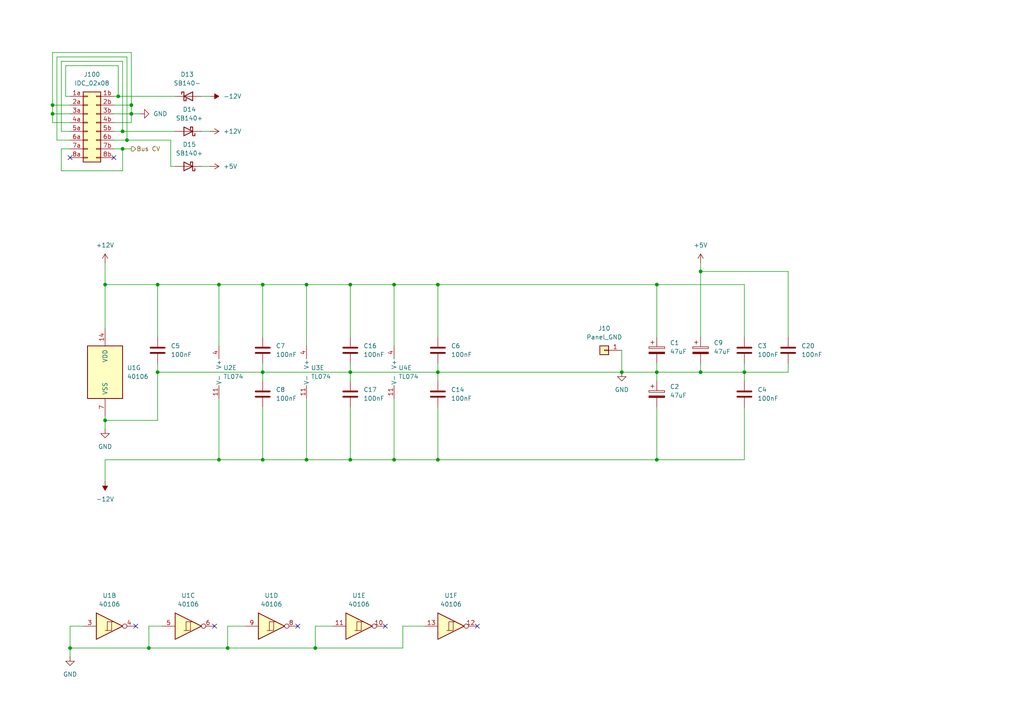
<source format=kicad_sch>
(kicad_sch (version 20231120) (generator "eeschema") (generator_version "8.0")
  (paper "A4")
  (title_block (company "DMH Instruments"))
  (lib_symbols
    (symbol "4xxx:40106" (pin_names (offset 1.016))
      (property "Reference" "U" (at 0 1.27 0))
      (property "Value" "40106" (at 0 -1.27 0))
      (symbol "40106_1_0"
        (polyline (pts (xy -0.635 -1.27) (xy -0.635 1.27) (xy 0.635 1.27)))
        (polyline (pts (xy -3.81 3.81) (xy -3.81 -3.81) (xy 3.81 0) (xy -3.81 3.81)) (stroke (width 0.254)) (fill (type background)))
        (polyline (pts (xy -1.27 -1.27) (xy 0.635 -1.27) (xy 0.635 1.27) (xy 1.27 1.27)))
        (pin input line (at -7.62 0 0) (length 3.81) (name "~") (number "1"))
        (pin output inverted (at 7.62 0 180) (length 3.81) (name "~") (number "2"))
      )
      (symbol "40106_2_0"
        (polyline (pts (xy -0.635 -1.27) (xy -0.635 1.27) (xy 0.635 1.27)))
        (polyline (pts (xy -3.81 3.81) (xy -3.81 -3.81) (xy 3.81 0) (xy -3.81 3.81)) (stroke (width 0.254)) (fill (type background)))
        (polyline (pts (xy -1.27 -1.27) (xy 0.635 -1.27) (xy 0.635 1.27) (xy 1.27 1.27)))
        (pin input line (at -7.62 0 0) (length 3.81) (name "~") (number "3"))
        (pin output inverted (at 7.62 0 180) (length 3.81) (name "~") (number "4"))
      )
      (symbol "40106_3_0"
        (polyline (pts (xy -0.635 -1.27) (xy -0.635 1.27) (xy 0.635 1.27)))
        (polyline (pts (xy -3.81 3.81) (xy -3.81 -3.81) (xy 3.81 0) (xy -3.81 3.81)) (stroke (width 0.254)) (fill (type background)))
        (polyline (pts (xy -1.27 -1.27) (xy 0.635 -1.27) (xy 0.635 1.27) (xy 1.27 1.27)))
        (pin input line (at -7.62 0 0) (length 3.81) (name "~") (number "5"))
        (pin output inverted (at 7.62 0 180) (length 3.81) (name "~") (number "6"))
      )
      (symbol "40106_4_0"
        (polyline (pts (xy -0.635 -1.27) (xy -0.635 1.27) (xy 0.635 1.27)))
        (polyline (pts (xy -3.81 3.81) (xy -3.81 -3.81) (xy 3.81 0) (xy -3.81 3.81)) (stroke (width 0.254)) (fill (type background)))
        (polyline (pts (xy -1.27 -1.27) (xy 0.635 -1.27) (xy 0.635 1.27) (xy 1.27 1.27)))
        (pin output inverted (at 7.62 0 180) (length 3.81) (name "~") (number "8"))
        (pin input line (at -7.62 0 0) (length 3.81) (name "~") (number "9"))
      )
      (symbol "40106_5_0"
        (polyline (pts (xy -0.635 -1.27) (xy -0.635 1.27) (xy 0.635 1.27)))
        (polyline (pts (xy -3.81 3.81) (xy -3.81 -3.81) (xy 3.81 0) (xy -3.81 3.81)) (stroke (width 0.254)) (fill (type background)))
        (polyline (pts (xy -1.27 -1.27) (xy 0.635 -1.27) (xy 0.635 1.27) (xy 1.27 1.27)))
        (pin output inverted (at 7.62 0 180) (length 3.81) (name "~") (number "10"))
        (pin input line (at -7.62 0 0) (length 3.81) (name "~") (number "11"))
      )
      (symbol "40106_6_0"
        (polyline (pts (xy -0.635 -1.27) (xy -0.635 1.27) (xy 0.635 1.27)))
        (polyline (pts (xy -3.81 3.81) (xy -3.81 -3.81) (xy 3.81 0) (xy -3.81 3.81)) (stroke (width 0.254)) (fill (type background)))
        (polyline (pts (xy -1.27 -1.27) (xy 0.635 -1.27) (xy 0.635 1.27) (xy 1.27 1.27)))
        (pin output inverted (at 7.62 0 180) (length 3.81) (name "~") (number "12"))
        (pin input line (at -7.62 0 0) (length 3.81) (name "~") (number "13"))
      )
      (symbol "40106_7_0"
        (pin power_in line (at 0 12.7 270) (length 5.08) (name "VDD") (number "14"))
        (pin power_in line (at 0 -12.7 90) (length 5.08) (name "VSS") (number "7"))
      )
      (symbol "40106_7_1"
        (rectangle (start -5.08 7.62) (end 5.08 -7.62) (stroke (width 0.254)) (fill (type background)))
      )
    )
    (symbol "Amplifier_Operational:TL074" (pin_names (offset 0.127))
      (property "Reference" "U" (at 0 5.08 0))
      (property "Value" "TL074" (at 0 -5.08 0))
      (symbol "TL074_1_1"
        (polyline (pts (xy -5.08 5.08) (xy 5.08 0) (xy -5.08 -5.08) (xy -5.08 5.08)) (stroke (width 0.254)) (fill (type background)))
        (pin output line (at 7.62 0 180) (length 2.54) (name "~") (number "1"))
        (pin input line (at -7.62 -2.54 0) (length 2.54) (name "-") (number "2"))
        (pin input line (at -7.62 2.54 0) (length 2.54) (name "+") (number "3"))
      )
      (symbol "TL074_2_1"
        (polyline (pts (xy -5.08 5.08) (xy 5.08 0) (xy -5.08 -5.08) (xy -5.08 5.08)) (stroke (width 0.254)) (fill (type background)))
        (pin input line (at -7.62 2.54 0) (length 2.54) (name "+") (number "5"))
        (pin input line (at -7.62 -2.54 0) (length 2.54) (name "-") (number "6"))
        (pin output line (at 7.62 0 180) (length 2.54) (name "~") (number "7"))
      )
      (symbol "TL074_3_1"
        (polyline (pts (xy -5.08 5.08) (xy 5.08 0) (xy -5.08 -5.08) (xy -5.08 5.08)) (stroke (width 0.254)) (fill (type background)))
        (pin input line (at -7.62 2.54 0) (length 2.54) (name "+") (number "10"))
        (pin output line (at 7.62 0 180) (length 2.54) (name "~") (number "8"))
        (pin input line (at -7.62 -2.54 0) (length 2.54) (name "-") (number "9"))
      )
      (symbol "TL074_4_1"
        (polyline (pts (xy -5.08 5.08) (xy 5.08 0) (xy -5.08 -5.08) (xy -5.08 5.08)) (stroke (width 0.254)) (fill (type background)))
        (pin input line (at -7.62 2.54 0) (length 2.54) (name "+") (number "12"))
        (pin input line (at -7.62 -2.54 0) (length 2.54) (name "-") (number "13"))
        (pin output line (at 7.62 0 180) (length 2.54) (name "~") (number "14"))
      )
      (symbol "TL074_5_1"
        (pin power_in line (at -2.54 -7.62 90) (length 3.81) (name "V-") (number "11"))
        (pin power_in line (at -2.54 7.62 270) (length 3.81) (name "V+") (number "4"))
      )
    )
    (symbol "Connector_Generic:Conn_01x01" (pin_names (offset 1.016) hide)
      (property "Reference" "J" (at 0 2.54 0))
      (property "Value" "Conn_01x01" (at 0 -2.54 0))
      (symbol "Conn_01x01_1_1"
        (rectangle (start -1.27 0.127) (end 0 -0.127) (stroke (width 0.1524)))
        (rectangle (start -1.27 1.27) (end 1.27 -1.27) (stroke (width 0.254)) (fill (type background)))
        (pin passive line (at -5.08 0 0) (length 3.81) (name "Pin_1") (number "1"))
      )
    )
    (symbol "Device:C" (pin_numbers hide) (pin_names (offset 0.254))
      (property "Reference" "C" (at 0.635 2.54 0))
      (property "Value" "C" (at 0.635 -2.54 0))
      (symbol "C_0_1"
        (polyline (pts (xy -2.032 -0.762) (xy 2.032 -0.762)) (stroke (width 0.508)))
        (polyline (pts (xy -2.032 0.762) (xy 2.032 0.762)) (stroke (width 0.508)))
      )
      (symbol "C_1_1"
        (pin passive line (at 0 3.81 270) (length 2.794) (name "~") (number "1"))
        (pin passive line (at 0 -3.81 90) (length 2.794) (name "~") (number "2"))
      )
    )
    (symbol "Device:C_Polarized" (pin_numbers hide) (pin_names (offset 0.254))
      (property "Reference" "C" (at 0.635 2.54 0))
      (property "Value" "C_Polarized" (at 0.635 -2.54 0))
      (symbol "C_Polarized_0_1"
        (rectangle (start -2.286 0.508) (end 2.286 1.016))
        (polyline (pts (xy -1.778 2.286) (xy -0.762 2.286)))
        (polyline (pts (xy -1.27 2.794) (xy -1.27 1.778)))
        (rectangle (start 2.286 -0.508) (end -2.286 -1.016) (fill (type outline)))
      )
      (symbol "C_Polarized_1_1"
        (pin passive line (at 0 3.81 270) (length 2.794) (name "~") (number "1"))
        (pin passive line (at 0 -3.81 90) (length 2.794) (name "~") (number "2"))
      )
    )
    (symbol "SynthStuff:Eurorack_Power_Connector_16Pin" (pin_names (offset 1.016) hide)
      (property "Reference" "J" (at 1.27 -16.51 0))
      (property "Value" "IDC_02x08" (at 1.27 -13.97 0))
      (symbol "Eurorack_Power_Connector_16Pin_1_1"
        (rectangle (start -1.27 -10.033) (end 0 -10.287) (stroke (width 0.1524)))
        (rectangle (start -1.27 -7.493) (end 0 -7.747) (stroke (width 0.1524)))
        (rectangle (start -1.27 -4.953) (end 0 -5.207) (stroke (width 0.1524)))
        (rectangle (start -1.27 -2.413) (end 0 -2.667) (stroke (width 0.1524)))
        (rectangle (start -1.27 0.127) (end 0 -0.127) (stroke (width 0.1524)))
        (rectangle (start -1.27 2.667) (end 0 2.413) (stroke (width 0.1524)))
        (rectangle (start -1.27 5.207) (end 0 4.953) (stroke (width 0.1524)))
        (rectangle (start -1.27 7.747) (end 0 7.493) (stroke (width 0.1524)))
        (rectangle (start -1.27 8.89) (end 3.81 -11.43) (stroke (width 0.254)) (fill (type background)))
        (rectangle (start 3.81 -10.033) (end 2.54 -10.287) (stroke (width 0.1524)))
        (rectangle (start 3.81 -7.493) (end 2.54 -7.747) (stroke (width 0.1524)))
        (rectangle (start 3.81 -4.953) (end 2.54 -5.207) (stroke (width 0.1524)))
        (rectangle (start 3.81 -2.413) (end 2.54 -2.667) (stroke (width 0.1524)))
        (rectangle (start 3.81 0.127) (end 2.54 -0.127) (stroke (width 0.1524)))
        (rectangle (start 3.81 2.667) (end 2.54 2.413) (stroke (width 0.1524)))
        (rectangle (start 3.81 5.207) (end 2.54 4.953) (stroke (width 0.1524)))
        (rectangle (start 3.81 7.747) (end 2.54 7.493) (stroke (width 0.1524)))
        (pin power_out line (at -5.08 7.62 0) (length 3.81) (name "Pin_1a") (number "1a"))
        (pin passive line (at 7.62 7.62 180) (length 3.81) (name "Pin_1b") (number "1b"))
        (pin power_out line (at -5.08 5.08 0) (length 3.81) (name "Pin_2a") (number "2a"))
        (pin passive line (at 7.62 5.08 180) (length 3.81) (name "Pin_2b") (number "2b"))
        (pin passive line (at -5.08 2.54 0) (length 3.81) (name "Pin_3a") (number "3a"))
        (pin passive line (at 7.62 2.54 180) (length 3.81) (name "Pin_3b") (number "3b"))
        (pin passive line (at -5.08 0 0) (length 3.81) (name "Pin_4a") (number "4a"))
        (pin passive line (at 7.62 0 180) (length 3.81) (name "Pin_4b") (number "4b"))
        (pin power_out line (at -5.08 -2.54 0) (length 3.81) (name "Pin_5a") (number "5a"))
        (pin passive line (at 7.62 -2.54 180) (length 3.81) (name "Pin_5b") (number "5b"))
        (pin power_out line (at -5.08 -5.08 0) (length 3.81) (name "Pin_6a") (number "6a"))
        (pin passive line (at 7.62 -5.08 180) (length 3.81) (name "Pin_6b") (number "6b"))
        (pin passive line (at -5.08 -7.62 0) (length 3.81) (name "Pin_7a") (number "7a"))
        (pin passive line (at 7.62 -7.62 180) (length 3.81) (name "Pin_7b") (number "7b"))
        (pin passive line (at -5.08 -10.16 0) (length 3.81) (name "Pin_8a") (number "8a"))
        (pin passive line (at 7.62 -10.16 180) (length 3.81) (name "Pin_8b") (number "8b"))
      )
    )
    (symbol "SynthStuff:Power_Bus_Schotty_+" (pin_numbers hide) (pin_names (offset 1.016) hide)
      (property "Reference" "D" (at 0 2.54 0))
      (property "Value" "SB140+" (at 0 -2.54 0))
      (symbol "Power_Bus_Schotty_+_0_1"
        (polyline (pts (xy 1.27 0) (xy -1.27 0)))
        (polyline (pts (xy 1.27 1.27) (xy 1.27 -1.27) (xy -1.27 0) (xy 1.27 1.27)) (stroke (width 0.254)))
        (polyline (pts (xy -1.905 0.635) (xy -1.905 1.27) (xy -1.27 1.27) (xy -1.27 -1.27) (xy -0.635 -1.27) (xy -0.635 -0.635)) (stroke (width 0.254)))
      )
      (symbol "Power_Bus_Schotty_+_1_1"
        (pin power_out line (at -3.81 0 0) (length 2.54) (name "K") (number "1"))
        (pin power_in line (at 3.81 0 180) (length 2.54) (name "A") (number "2"))
      )
    )
    (symbol "SynthStuff:Power_Bus_Schotty_-" (pin_numbers hide) (pin_names (offset 1.016) hide)
      (property "Reference" "D" (at 0 2.54 0))
      (property "Value" "SB140-" (at 0 -2.54 0))
      (symbol "Power_Bus_Schotty_-_0_1"
        (polyline (pts (xy 1.27 0) (xy -1.27 0)))
        (polyline (pts (xy 1.27 1.27) (xy 1.27 -1.27) (xy -1.27 0) (xy 1.27 1.27)) (stroke (width 0.254)))
        (polyline (pts (xy -1.905 0.635) (xy -1.905 1.27) (xy -1.27 1.27) (xy -1.27 -1.27) (xy -0.635 -1.27) (xy -0.635 -0.635)) (stroke (width 0.254)))
      )
      (symbol "Power_Bus_Schotty_-_1_1"
        (pin power_in line (at -3.81 0 0) (length 2.54) (name "K") (number "1"))
        (pin power_out line (at 3.81 0 180) (length 2.54) (name "A") (number "2"))
      )
    )
    (symbol "power:+12V" (power) (pin_numbers hide) (pin_names (offset 0) hide)
      (property "Value" "+12V" (at 0 3.556 0))
      (symbol "+12V_0_1"
        (polyline (pts (xy -0.762 1.27) (xy 0 2.54)))
        (polyline (pts (xy 0 0) (xy 0 2.54)))
        (polyline (pts (xy 0 2.54) (xy 0.762 1.27)))
      )
      (symbol "+12V_1_1"
        (pin power_in line (at 0 0 90) (length 0) (name "~") (number "1"))
      )
    )
    (symbol "power:+5V" (power) (pin_numbers hide) (pin_names (offset 0) hide)
      (property "Value" "+5V" (at 0 3.556 0))
      (symbol "+5V_0_1"
        (polyline (pts (xy -0.762 1.27) (xy 0 2.54)))
        (polyline (pts (xy 0 0) (xy 0 2.54)))
        (polyline (pts (xy 0 2.54) (xy 0.762 1.27)))
      )
      (symbol "+5V_1_1"
        (pin power_in line (at 0 0 90) (length 0) (name "~") (number "1"))
      )
    )
    (symbol "power:-12V" (power) (pin_numbers hide) (pin_names (offset 0) hide)
      (property "Value" "-12V" (at 0 3.556 0))
      (symbol "-12V_0_0"
        (pin power_in line (at 0 0 90) (length 0) (name "~") (number "1"))
      )
      (symbol "-12V_0_1"
        (polyline (pts (xy 0 0) (xy 0 1.27) (xy 0.762 1.27) (xy 0 2.54) (xy -0.762 1.27) (xy 0 1.27)) (fill (type outline)))
      )
    )
    (symbol "power:GND" (power) (pin_numbers hide) (pin_names (offset 0) hide)
      (property "Value" "GND" (at 0 -3.81 0))
      (symbol "GND_0_1"
        (polyline (pts (xy 0 0) (xy 0 -1.27) (xy 1.27 -1.27) (xy 0 -2.54) (xy -1.27 -1.27) (xy 0 -1.27)))
      )
      (symbol "GND_1_1"
        (pin power_in line (at 0 0 270) (length 0) (name "~") (number "1"))
      )
    )
  )
  (junction (at 215.9 107.95))
  (junction (at 127 82.55))
  (junction (at 34.29 27.94))
  (junction (at 76.2 107.95))
  (junction (at 101.6 107.95))
  (junction (at 190.5 133.35))
  (junction (at 180.34 107.95))
  (junction (at 127 107.95))
  (junction (at 203.2 107.95))
  (junction (at 20.32 187.96))
  (junction (at 43.18 187.96))
  (junction (at 66.04 187.96))
  (junction (at 45.72 82.55))
  (junction (at 15.24 30.48))
  (junction (at 38.1 30.48))
  (junction (at 88.9 133.35))
  (junction (at 63.5 82.55))
  (junction (at 203.2 78.74))
  (junction (at 30.48 121.92))
  (junction (at 127 133.35))
  (junction (at 30.48 82.55))
  (junction (at 35.56 43.18))
  (junction (at 35.56 38.1))
  (junction (at 45.72 107.95))
  (junction (at 101.6 133.35))
  (junction (at 101.6 82.55))
  (junction (at 36.83 40.64))
  (junction (at 114.3 82.55))
  (junction (at 114.3 133.35))
  (junction (at 88.9 82.55))
  (junction (at 76.2 82.55))
  (junction (at 190.5 82.55))
  (junction (at 38.1 33.02))
  (junction (at 15.24 33.02))
  (junction (at 63.5 133.35))
  (junction (at 76.2 133.35))
  (junction (at 91.44 187.96))
  (junction (at 190.5 107.95))
  (no_connect (at 39.37 181.61))
  (no_connect (at 111.76 181.61))
  (no_connect (at 20.32 45.72))
  (no_connect (at 33.02 45.72))
  (no_connect (at 62.23 181.61))
  (no_connect (at 138.43 181.61))
  (no_connect (at 86.36 181.61))
  (wire (pts (xy 63.5 133.35) (xy 76.2 133.35)))
  (wire (pts (xy 127 105.41) (xy 127 107.95)))
  (wire (pts (xy 34.29 19.05) (xy 34.29 27.94)))
  (wire (pts (xy 180.34 107.95) (xy 190.5 107.95)))
  (wire (pts (xy 91.44 187.96) (xy 66.04 187.96)))
  (wire (pts (xy 38.1 33.02) (xy 40.64 33.02)))
  (wire (pts (xy 17.78 38.1) (xy 17.78 17.78)))
  (wire (pts (xy 91.44 187.96) (xy 116.84 187.96)))
  (wire (pts (xy 91.44 181.61) (xy 91.44 187.96)))
  (wire (pts (xy 17.78 49.53) (xy 35.56 49.53)))
  (wire (pts (xy 228.6 78.74) (xy 203.2 78.74)))
  (wire (pts (xy 15.24 33.02) (xy 15.24 30.48)))
  (wire (pts (xy 36.83 16.51) (xy 36.83 40.64)))
  (wire (pts (xy 45.72 107.95) (xy 76.2 107.95)))
  (wire (pts (xy 101.6 82.55) (xy 114.3 82.55)))
  (wire (pts (xy 16.51 16.51) (xy 36.83 16.51)))
  (wire (pts (xy 215.9 82.55) (xy 215.9 97.79)))
  (wire (pts (xy 127 82.55) (xy 114.3 82.55)))
  (wire (pts (xy 101.6 105.41) (xy 101.6 107.95)))
  (wire (pts (xy 127 133.35) (xy 190.5 133.35)))
  (wire (pts (xy 20.32 181.61) (xy 20.32 187.96)))
  (wire (pts (xy 38.1 35.56) (xy 38.1 33.02)))
  (wire (pts (xy 35.56 43.18) (xy 38.1 43.18)))
  (wire (pts (xy 58.42 27.94) (xy 60.96 27.94)))
  (wire (pts (xy 20.32 187.96) (xy 20.32 190.5)))
  (wire (pts (xy 45.72 82.55) (xy 45.72 97.79)))
  (wire (pts (xy 66.04 181.61) (xy 66.04 187.96)))
  (wire (pts (xy 88.9 82.55) (xy 76.2 82.55)))
  (wire (pts (xy 114.3 133.35) (xy 127 133.35)))
  (wire (pts (xy 228.6 97.79) (xy 228.6 78.74)))
  (wire (pts (xy 66.04 187.96) (xy 43.18 187.96)))
  (wire (pts (xy 33.02 27.94) (xy 34.29 27.94)))
  (wire (pts (xy 215.9 133.35) (xy 190.5 133.35)))
  (wire (pts (xy 49.53 40.64) (xy 49.53 48.26)))
  (wire (pts (xy 215.9 82.55) (xy 190.5 82.55)))
  (wire (pts (xy 88.9 133.35) (xy 101.6 133.35)))
  (wire (pts (xy 30.48 133.35) (xy 30.48 139.7)))
  (wire (pts (xy 127 133.35) (xy 127 118.11)))
  (wire (pts (xy 190.5 82.55) (xy 190.5 97.79)))
  (wire (pts (xy 36.83 40.64) (xy 49.53 40.64)))
  (wire (pts (xy 15.24 35.56) (xy 15.24 33.02)))
  (wire (pts (xy 43.18 181.61) (xy 43.18 187.96)))
  (wire (pts (xy 63.5 82.55) (xy 63.5 100.33)))
  (wire (pts (xy 20.32 38.1) (xy 17.78 38.1)))
  (wire (pts (xy 228.6 107.95) (xy 215.9 107.95)))
  (wire (pts (xy 49.53 48.26) (xy 50.8 48.26)))
  (wire (pts (xy 17.78 43.18) (xy 17.78 49.53)))
  (wire (pts (xy 76.2 133.35) (xy 88.9 133.35)))
  (wire (pts (xy 215.9 107.95) (xy 203.2 107.95)))
  (wire (pts (xy 20.32 43.18) (xy 17.78 43.18)))
  (wire (pts (xy 63.5 82.55) (xy 76.2 82.55)))
  (wire (pts (xy 20.32 33.02) (xy 15.24 33.02)))
  (wire (pts (xy 114.3 82.55) (xy 114.3 100.33)))
  (wire (pts (xy 76.2 107.95) (xy 76.2 110.49)))
  (wire (pts (xy 45.72 121.92) (xy 30.48 121.92)))
  (wire (pts (xy 101.6 107.95) (xy 76.2 107.95)))
  (wire (pts (xy 101.6 82.55) (xy 88.9 82.55)))
  (wire (pts (xy 203.2 105.41) (xy 203.2 107.95)))
  (wire (pts (xy 215.9 133.35) (xy 215.9 118.11)))
  (wire (pts (xy 30.48 133.35) (xy 63.5 133.35)))
  (wire (pts (xy 30.48 82.55) (xy 45.72 82.55)))
  (wire (pts (xy 33.02 33.02) (xy 38.1 33.02)))
  (wire (pts (xy 33.02 35.56) (xy 38.1 35.56)))
  (wire (pts (xy 123.19 181.61) (xy 116.84 181.61)))
  (wire (pts (xy 215.9 107.95) (xy 215.9 110.49)))
  (wire (pts (xy 190.5 105.41) (xy 190.5 107.95)))
  (wire (pts (xy 30.48 76.2) (xy 30.48 82.55)))
  (wire (pts (xy 33.02 38.1) (xy 35.56 38.1)))
  (wire (pts (xy 20.32 30.48) (xy 15.24 30.48)))
  (wire (pts (xy 190.5 82.55) (xy 127 82.55)))
  (wire (pts (xy 116.84 181.61) (xy 116.84 187.96)))
  (wire (pts (xy 203.2 76.2) (xy 203.2 78.74)))
  (wire (pts (xy 203.2 78.74) (xy 203.2 97.79)))
  (wire (pts (xy 127 107.95) (xy 127 110.49)))
  (wire (pts (xy 20.32 40.64) (xy 16.51 40.64)))
  (wire (pts (xy 63.5 115.57) (xy 63.5 133.35)))
  (wire (pts (xy 127 82.55) (xy 127 97.79)))
  (wire (pts (xy 35.56 17.78) (xy 35.56 38.1)))
  (wire (pts (xy 33.02 30.48) (xy 38.1 30.48)))
  (wire (pts (xy 127 107.95) (xy 180.34 107.95)))
  (wire (pts (xy 38.1 30.48) (xy 38.1 15.24)))
  (wire (pts (xy 228.6 105.41) (xy 228.6 107.95)))
  (wire (pts (xy 34.29 27.94) (xy 50.8 27.94)))
  (wire (pts (xy 19.05 27.94) (xy 19.05 19.05)))
  (wire (pts (xy 33.02 43.18) (xy 35.56 43.18)))
  (wire (pts (xy 101.6 133.35) (xy 114.3 133.35)))
  (wire (pts (xy 43.18 187.96) (xy 20.32 187.96)))
  (wire (pts (xy 71.12 181.61) (xy 66.04 181.61)))
  (wire (pts (xy 101.6 82.55) (xy 101.6 97.79)))
  (wire (pts (xy 30.48 120.65) (xy 30.48 121.92)))
  (wire (pts (xy 190.5 133.35) (xy 190.5 118.11)))
  (wire (pts (xy 88.9 115.57) (xy 88.9 133.35)))
  (wire (pts (xy 35.56 43.18) (xy 35.56 49.53)))
  (wire (pts (xy 16.51 40.64) (xy 16.51 16.51)))
  (wire (pts (xy 76.2 105.41) (xy 76.2 107.95)))
  (wire (pts (xy 35.56 38.1) (xy 50.8 38.1)))
  (wire (pts (xy 17.78 17.78) (xy 35.56 17.78)))
  (wire (pts (xy 19.05 19.05) (xy 34.29 19.05)))
  (wire (pts (xy 96.52 181.61) (xy 91.44 181.61)))
  (wire (pts (xy 58.42 38.1) (xy 60.96 38.1)))
  (wire (pts (xy 20.32 35.56) (xy 15.24 35.56)))
  (wire (pts (xy 20.32 27.94) (xy 19.05 27.94)))
  (wire (pts (xy 38.1 15.24) (xy 15.24 15.24)))
  (wire (pts (xy 76.2 82.55) (xy 76.2 97.79)))
  (wire (pts (xy 45.72 105.41) (xy 45.72 107.95)))
  (wire (pts (xy 33.02 40.64) (xy 36.83 40.64)))
  (wire (pts (xy 46.99 181.61) (xy 43.18 181.61)))
  (wire (pts (xy 38.1 33.02) (xy 38.1 30.48)))
  (wire (pts (xy 215.9 105.41) (xy 215.9 107.95)))
  (wire (pts (xy 58.42 48.26) (xy 60.96 48.26)))
  (wire (pts (xy 30.48 121.92) (xy 30.48 124.46)))
  (wire (pts (xy 45.72 107.95) (xy 45.72 121.92)))
  (wire (pts (xy 30.48 82.55) (xy 30.48 95.25)))
  (wire (pts (xy 101.6 107.95) (xy 101.6 110.49)))
  (wire (pts (xy 114.3 115.57) (xy 114.3 133.35)))
  (wire (pts (xy 24.13 181.61) (xy 20.32 181.61)))
  (wire (pts (xy 88.9 82.55) (xy 88.9 100.33)))
  (wire (pts (xy 180.34 101.6) (xy 180.34 107.95)))
  (wire (pts (xy 45.72 82.55) (xy 63.5 82.55)))
  (wire (pts (xy 15.24 15.24) (xy 15.24 30.48)))
  (wire (pts (xy 101.6 133.35) (xy 101.6 118.11)))
  (wire (pts (xy 76.2 133.35) (xy 76.2 118.11)))
  (wire (pts (xy 190.5 107.95) (xy 190.5 110.49)))
  (wire (pts (xy 190.5 107.95) (xy 203.2 107.95)))
  (wire (pts (xy 101.6 107.95) (xy 127 107.95)))
  (hierarchical_label "Bus CV" (shape output) (at 38.1 43.18 0))
  (symbol (lib_id "4xxx:40106") (at 104.14 181.61 0) (unit 5)
    (property "Reference" "U1" (at 104.14 172.72 0))
    (property "Value" "40106" (at 104.14 175.26 0))
    (property "Footprint" "Package_DIP:DIP-14_W7.62mm_Socket" (effects (hide yes)))
    (property "Datasheet" "https://assets.nexperia.com/documents/data-sheet/HEF40106B.pdf" (effects (hide yes)))
    (property "Description" "Hex Schmitt trigger inverter" (effects (hide yes)))
  )
  (symbol (lib_id "Device:C_Polarized") (at 190.5 114.3 0) (unit 1)
    (property "Reference" "C2" (at 194.31 112.1409 0) (effects (justify left)))
    (property "Value" "47uF" (at 194.31 114.6809 0) (effects (justify left)))
    (property "Footprint" "Capacitor_THT:CP_Radial_D5.0mm_P2.00mm" (effects (hide yes)))
    (property "Description" "Polarized capacitor" (effects (hide yes)))
  )
  (symbol (lib_id "4xxx:40106") (at 31.75 181.61 0) (unit 2)
    (property "Reference" "U1" (at 31.75 172.72 0))
    (property "Value" "40106" (at 31.75 175.26 0))
    (property "Footprint" "Package_DIP:DIP-14_W7.62mm_Socket" (effects (hide yes)))
    (property "Datasheet" "https://assets.nexperia.com/documents/data-sheet/HEF40106B.pdf" (effects (hide yes)))
    (property "Description" "Hex Schmitt trigger inverter" (effects (hide yes)))
  )
  (symbol (lib_id "power:+5V") (at 203.2 76.2 0) (unit 1)
    (property "Reference" "#PWR018" (effects (hide yes)))
    (property "Value" "+5V" (at 203.2 71.12 0))
    (property "Description" "Power symbol creates a global label with name \"+5V\"" (effects (hide yes)))
  )
  (symbol (lib_id "Device:C") (at 127 101.6 0) (unit 1)
    (property "Reference" "C6" (at 130.81 100.3299 0) (effects (justify left)))
    (property "Value" "100nF" (at 130.81 102.8699 0) (effects (justify left)))
    (property "Footprint" "Capacitor_THT:C_Disc_D4.3mm_W1.9mm_P5.00mm" (effects (hide yes)))
    (property "Description" "Unpolarized capacitor" (effects (hide yes)))
  )
  (symbol (lib_id "Device:C") (at 215.9 114.3 0) (unit 1)
    (property "Reference" "C4" (at 219.71 113.0299 0) (effects (justify left)))
    (property "Value" "100nF" (at 219.71 115.5699 0) (effects (justify left)))
    (property "Footprint" "Capacitor_THT:C_Disc_D4.3mm_W1.9mm_P5.00mm" (effects (hide yes)))
    (property "Description" "Unpolarized capacitor" (effects (hide yes)))
  )
  (symbol (lib_id "Device:C_Polarized") (at 190.5 101.6 0) (unit 1)
    (property "Reference" "C1" (at 194.31 99.4409 0) (effects (justify left)))
    (property "Value" "47uF" (at 194.31 101.9809 0) (effects (justify left)))
    (property "Footprint" "Capacitor_THT:CP_Radial_D5.0mm_P2.00mm" (effects (hide yes)))
    (property "Description" "Polarized capacitor" (effects (hide yes)))
  )
  (symbol (lib_id "Amplifier_Operational:TL074") (at 116.84 107.95 0) (unit 5)
    (property "Reference" "U4" (at 115.57 106.6799 0) (effects (justify left)))
    (property "Value" "TL074" (at 115.57 109.2199 0) (effects (justify left)))
    (property "Datasheet" "http://www.ti.com/lit/ds/symlink/tl071.pdf" (effects (hide yes)))
    (property "Description" "Quad Low-Noise JFET-Input Operational Amplifiers, DIP-14/SOIC-14" (effects (hide yes)))
  )
  (symbol (lib_id "Device:C") (at 76.2 114.3 0) (unit 1)
    (property "Reference" "C8" (at 80.01 113.0299 0) (effects (justify left)))
    (property "Value" "100nF" (at 80.01 115.5699 0) (effects (justify left)))
    (property "Footprint" "Capacitor_THT:C_Disc_D4.3mm_W1.9mm_P5.00mm" (effects (hide yes)))
    (property "Description" "Unpolarized capacitor" (effects (hide yes)))
  )
  (symbol (lib_id "4xxx:40106") (at 30.48 107.95 0) (unit 7)
    (property "Reference" "U1" (at 36.83 106.6799 0) (effects (justify left)))
    (property "Value" "40106" (at 36.83 109.2199 0) (effects (justify left)))
    (property "Footprint" "Package_DIP:DIP-14_W7.62mm_Socket" (effects (hide yes)))
    (property "Datasheet" "https://assets.nexperia.com/documents/data-sheet/HEF40106B.pdf" (effects (hide yes)))
    (property "Description" "Hex Schmitt trigger inverter" (effects (hide yes)))
  )
  (symbol (lib_id "power:-12V") (at 60.96 27.94 270) (unit 1)
    (property "Reference" "#PWR062" (effects (hide yes)))
    (property "Value" "-12V" (at 64.77 27.9399 90) (effects (justify left)))
    (property "Description" "Power symbol creates a global label with name \"-12V\"" (effects (hide yes)))
  )
  (symbol (lib_id "power:+5V") (at 60.96 48.26 270) (unit 1)
    (property "Reference" "#PWR065" (effects (hide yes)))
    (property "Value" "+5V" (at 64.77 48.2599 90) (effects (justify left)))
    (property "Description" "Power symbol creates a global label with name \"+5V\"" (effects (hide yes)))
  )
  (symbol (lib_id "Device:C") (at 101.6 101.6 0) (unit 1)
    (property "Reference" "C16" (at 105.41 100.3299 0) (effects (justify left)))
    (property "Value" "100nF" (at 105.41 102.8699 0) (effects (justify left)))
    (property "Footprint" "Capacitor_THT:C_Disc_D4.3mm_W1.9mm_P5.00mm" (effects (hide yes)))
    (property "Description" "Unpolarized capacitor" (effects (hide yes)))
  )
  (symbol (lib_id "power:GND") (at 180.34 107.95 0) (unit 1)
    (property "Reference" "#PWR09" (effects (hide yes)))
    (property "Value" "GND" (at 180.34 113.03 0))
    (property "Description" "Power symbol creates a global label with name \"GND\" , ground" (effects (hide yes)))
  )
  (symbol (lib_id "power:-12V") (at 30.48 139.7 180) (unit 1)
    (property "Reference" "#PWR08" (effects (hide yes)))
    (property "Value" "-12V" (at 30.48 144.78 0))
    (property "Description" "Power symbol creates a global label with name \"-12V\"" (effects (hide yes)))
  )
  (symbol (lib_id "Amplifier_Operational:TL074") (at 91.44 107.95 0) (unit 5)
    (property "Reference" "U3" (at 90.17 106.6799 0) (effects (justify left)))
    (property "Value" "TL074" (at 90.17 109.2199 0) (effects (justify left)))
    (property "Datasheet" "http://www.ti.com/lit/ds/symlink/tl071.pdf" (effects (hide yes)))
    (property "Description" "Quad Low-Noise JFET-Input Operational Amplifiers, DIP-14/SOIC-14" (effects (hide yes)))
  )
  (symbol (lib_id "SynthStuff:Power_Bus_Schotty_-") (at 54.61 27.94 0) (unit 1)
    (property "Reference" "D13" (at 54.2925 21.59 0))
    (property "Value" "SB140-" (at 54.2925 24.13 0))
    (property "Footprint" "Diode_THT:D_DO-41_SOD81_P10.16mm_Horizontal" (effects (hide yes)))
    (property "Datasheet" "http://www.diodes.com/_files/datasheets/ds23022.pdf" (effects (hide yes)))
    (property "Description" "40V 1A Schottky Barrier Rectifier Diode, DO-41" (effects (hide yes)))
  )
  (symbol (lib_id "SynthStuff:Power_Bus_Schotty_+") (at 54.61 38.1 180) (unit 1)
    (property "Reference" "D14" (at 54.9275 31.75 0))
    (property "Value" "SB140+" (at 54.9275 34.29 0))
    (property "Footprint" "Diode_THT:D_DO-41_SOD81_P10.16mm_Horizontal" (effects (hide yes)))
    (property "Datasheet" "http://www.diodes.com/_files/datasheets/ds23022.pdf" (effects (hide yes)))
    (property "Description" "40V 1A Schottky Barrier Rectifier Diode, DO-41" (effects (hide yes)))
  )
  (symbol (lib_id "Device:C") (at 45.72 101.6 0) (unit 1)
    (property "Reference" "C5" (at 49.53 100.3299 0) (effects (justify left)))
    (property "Value" "100nF" (at 49.53 102.8699 0) (effects (justify left)))
    (property "Footprint" "Capacitor_THT:C_Disc_D4.3mm_W1.9mm_P5.00mm" (effects (hide yes)))
    (property "Description" "Unpolarized capacitor" (effects (hide yes)))
  )
  (symbol (lib_id "power:GND") (at 20.32 190.5 0) (unit 1)
    (property "Reference" "#PWR034" (effects (hide yes)))
    (property "Value" "GND" (at 20.32 195.58 0))
    (property "Description" "Power symbol creates a global label with name \"GND\" , ground" (effects (hide yes)))
  )
  (symbol (lib_id "Device:C") (at 215.9 101.6 0) (unit 1)
    (property "Reference" "C3" (at 219.71 100.3299 0) (effects (justify left)))
    (property "Value" "100nF" (at 219.71 102.8699 0) (effects (justify left)))
    (property "Footprint" "Capacitor_THT:C_Disc_D4.3mm_W1.9mm_P5.00mm" (effects (hide yes)))
    (property "Description" "Unpolarized capacitor" (effects (hide yes)))
  )
  (symbol (lib_id "Device:C") (at 76.2 101.6 0) (unit 1)
    (property "Reference" "C7" (at 80.01 100.3299 0) (effects (justify left)))
    (property "Value" "100nF" (at 80.01 102.8699 0) (effects (justify left)))
    (property "Footprint" "Capacitor_THT:C_Disc_D4.3mm_W1.9mm_P5.00mm" (effects (hide yes)))
    (property "Description" "Unpolarized capacitor" (effects (hide yes)))
  )
  (symbol (lib_id "power:GND") (at 40.64 33.02 90) (unit 1)
    (property "Reference" "#PWR063" (effects (hide yes)))
    (property "Value" "GND" (at 44.45 33.0199 90) (effects (justify right)))
    (property "Description" "Power symbol creates a global label with name \"GND\" , ground" (effects (hide yes)))
  )
  (symbol (lib_id "power:+12V") (at 30.48 76.2 0) (unit 1)
    (property "Reference" "#PWR07" (effects (hide yes)))
    (property "Value" "+12V" (at 30.48 71.12 0))
    (property "Description" "Power symbol creates a global label with name \"+12V\"" (effects (hide yes)))
  )
  (symbol (lib_id "Device:C_Polarized") (at 203.2 101.6 0) (unit 1)
    (property "Reference" "C9" (at 207.01 99.4409 0) (effects (justify left)))
    (property "Value" "47uF" (at 207.01 101.9809 0) (effects (justify left)))
    (property "Footprint" "Capacitor_THT:CP_Radial_D4.0mm_P1.50mm" (effects (hide yes)))
    (property "Description" "Polarized capacitor" (effects (hide yes)))
  )
  (symbol (lib_id "power:GND") (at 30.48 124.46 0) (unit 1)
    (property "Reference" "#PWR035" (effects (hide yes)))
    (property "Value" "GND" (at 30.48 129.54 0))
    (property "Description" "Power symbol creates a global label with name \"GND\" , ground" (effects (hide yes)))
  )
  (symbol (lib_id "4xxx:40106") (at 130.81 181.61 0) (unit 6)
    (property "Reference" "U1" (at 130.81 172.72 0))
    (property "Value" "40106" (at 130.81 175.26 0))
    (property "Footprint" "Package_DIP:DIP-14_W7.62mm_Socket" (effects (hide yes)))
    (property "Datasheet" "https://assets.nexperia.com/documents/data-sheet/HEF40106B.pdf" (effects (hide yes)))
    (property "Description" "Hex Schmitt trigger inverter" (effects (hide yes)))
  )
  (symbol (lib_id "Device:C") (at 101.6 114.3 0) (unit 1)
    (property "Reference" "C17" (at 105.41 113.0299 0) (effects (justify left)))
    (property "Value" "100nF" (at 105.41 115.5699 0) (effects (justify left)))
    (property "Footprint" "Capacitor_THT:C_Disc_D4.3mm_W1.9mm_P5.00mm" (effects (hide yes)))
    (property "Description" "Unpolarized capacitor" (effects (hide yes)))
  )
  (symbol (lib_id "4xxx:40106") (at 54.61 181.61 0) (unit 3)
    (property "Reference" "U1" (at 54.61 172.72 0))
    (property "Value" "40106" (at 54.61 175.26 0))
    (property "Footprint" "Package_DIP:DIP-14_W7.62mm_Socket" (effects (hide yes)))
    (property "Datasheet" "https://assets.nexperia.com/documents/data-sheet/HEF40106B.pdf" (effects (hide yes)))
    (property "Description" "Hex Schmitt trigger inverter" (effects (hide yes)))
  )
  (symbol (lib_id "Connector_Generic:Conn_01x01") (at 175.26 101.6 180) (unit 1)
    (property "Reference" "J10" (at 175.26 95.25 0))
    (property "Value" "Panel_GND" (at 175.26 97.79 0))
    (property "Footprint" "Connector_PinHeader_2.54mm:PinHeader_1x01_P2.54mm_Vertical" (effects (hide yes)))
    (property "Description" "Generic connector, single row, 01x01, script generated (kicad-library-utils/schlib/autogen/connector/)" (effects (hide yes)))
  )
  (symbol (lib_id "power:+12V") (at 60.96 38.1 270) (unit 1)
    (property "Reference" "#PWR064" (effects (hide yes)))
    (property "Value" "+12V" (at 64.77 38.0999 90) (effects (justify left)))
    (property "Description" "Power symbol creates a global label with name \"+12V\"" (effects (hide yes)))
  )
  (symbol (lib_id "Amplifier_Operational:TL074") (at 66.04 107.95 0) (unit 5)
    (property "Reference" "U2" (at 64.77 106.6799 0) (effects (justify left)))
    (property "Value" "TL074" (at 64.77 109.2199 0) (effects (justify left)))
    (property "Footprint" "Package_DIP:DIP-14_W7.62mm_Socket" (effects (hide yes)))
    (property "Datasheet" "http://www.ti.com/lit/ds/symlink/tl071.pdf" (effects (hide yes)))
    (property "Description" "Quad Low-Noise JFET-Input Operational Amplifiers, DIP-14/SOIC-14" (effects (hide yes)))
  )
  (symbol (lib_id "Device:C") (at 127 114.3 0) (unit 1)
    (property "Reference" "C14" (at 130.81 113.0299 0) (effects (justify left)))
    (property "Value" "100nF" (at 130.81 115.5699 0) (effects (justify left)))
    (property "Footprint" "Capacitor_THT:C_Disc_D4.3mm_W1.9mm_P5.00mm" (effects (hide yes)))
    (property "Description" "Unpolarized capacitor" (effects (hide yes)))
  )
  (symbol (lib_id "Device:C") (at 228.6 101.6 0) (unit 1)
    (property "Reference" "C20" (at 232.41 100.3299 0) (effects (justify left)))
    (property "Value" "100nF" (at 232.41 102.8699 0) (effects (justify left)))
    (property "Footprint" "Capacitor_THT:C_Disc_D4.3mm_W1.9mm_P5.00mm" (effects (hide yes)))
    (property "Description" "Unpolarized capacitor" (effects (hide yes)))
  )
  (symbol (lib_id "SynthStuff:Power_Bus_Schotty_+") (at 54.61 48.26 180) (unit 1)
    (property "Reference" "D15" (at 54.9275 41.91 0))
    (property "Value" "SB140+" (at 54.9275 44.45 0))
    (property "Footprint" "Diode_THT:D_DO-41_SOD81_P10.16mm_Horizontal" (effects (hide yes)))
    (property "Datasheet" "http://www.diodes.com/_files/datasheets/ds23022.pdf" (effects (hide yes)))
    (property "Description" "40V 1A Schottky Barrier Rectifier Diode, DO-41" (effects (hide yes)))
  )
  (symbol (lib_id "SynthStuff:Eurorack_Power_Connector_16Pin") (at 25.4 35.56 0) (unit 1)
    (property "Reference" "J100" (at 26.67 21.59 0))
    (property "Value" "IDC_02x08" (at 26.67 24.13 0))
    (property "Footprint" "SynthStuff:IDC-Header_2x08_P2.54mm_Vertical_Eurorack" (effects (hide yes)))
    (property "Description" "IDC jack, 2x8 pins, row a carries same signals as row b." (effects (hide yes)))
  )
  (symbol (lib_id "4xxx:40106") (at 78.74 181.61 0) (unit 4)
    (property "Reference" "U1" (at 78.74 172.72 0))
    (property "Value" "40106" (at 78.74 175.26 0))
    (property "Footprint" "Package_DIP:DIP-14_W7.62mm_Socket" (effects (hide yes)))
    (property "Datasheet" "https://assets.nexperia.com/documents/data-sheet/HEF40106B.pdf" (effects (hide yes)))
    (property "Description" "Hex Schmitt trigger inverter" (effects (hide yes)))
  )
)
</source>
